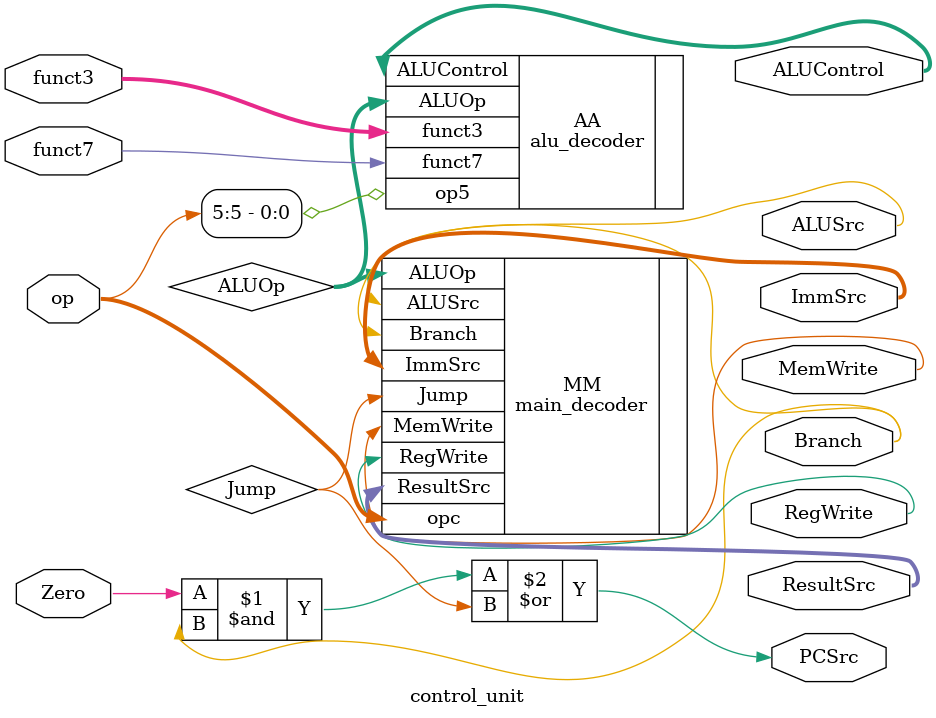
<source format=v>
`timescale 1ns / 1ps

module control_unit(
    input Zero, funct7,
    input [2:0] funct3,
    input [6:0] op,
    output PCSrc, MemWrite, ALUSrc, RegWrite, Branch,
    output [1:0] ResultSrc,
    output [2:0] ALUControl, ImmSrc
    );

wire Jump;
wire [1:0] ALUOp;

main_decoder MM(
    .opc(op),
    .Jump(Jump),
    .Branch(Branch),
    .ResultSrc(ResultSrc),
    .ImmSrc(ImmSrc),
    .MemWrite(MemWrite),
    .ALUSrc(ALUSrc),
    .RegWrite(RegWrite),
    .ALUOp(ALUOp)
);

assign PCSrc = (Zero & Branch) | Jump;

alu_decoder AA(
    .funct7(funct7),
    .op5(op[5]),
    .funct3(funct3),
    .ALUOp(ALUOp),
    .ALUControl(ALUControl)
    );

endmodule


</source>
